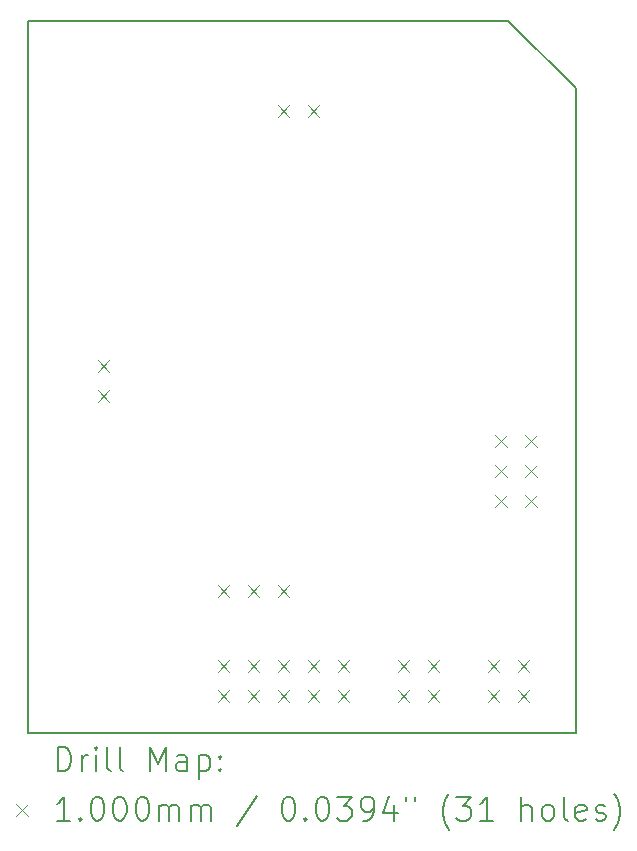
<source format=gbr>
%FSLAX45Y45*%
G04 Gerber Fmt 4.5, Leading zero omitted, Abs format (unit mm)*
G04 Created by KiCad (PCBNEW 6.0.4+dfsg-1+b1) date 2022-04-24 00:26:16*
%MOMM*%
%LPD*%
G01*
G04 APERTURE LIST*
%TA.AperFunction,Profile*%
%ADD10C,0.150000*%
%TD*%
%ADD11C,0.200000*%
%ADD12C,0.100000*%
G04 APERTURE END LIST*
D10*
X6096000Y-7239000D02*
X1460500Y-7239000D01*
X6096000Y-1778000D02*
X6096000Y-7239000D01*
X1460500Y-1206500D02*
X5524500Y-1206500D01*
X1460500Y-7239000D02*
X1460500Y-1206500D01*
X5524500Y-1206500D02*
X6096000Y-1778000D01*
D11*
D12*
X2045500Y-4077500D02*
X2145500Y-4177500D01*
X2145500Y-4077500D02*
X2045500Y-4177500D01*
X2045500Y-4331500D02*
X2145500Y-4431500D01*
X2145500Y-4331500D02*
X2045500Y-4431500D01*
X3061500Y-5982500D02*
X3161500Y-6082500D01*
X3161500Y-5982500D02*
X3061500Y-6082500D01*
X3061500Y-6617500D02*
X3161500Y-6717500D01*
X3161500Y-6617500D02*
X3061500Y-6717500D01*
X3061500Y-6871500D02*
X3161500Y-6971500D01*
X3161500Y-6871500D02*
X3061500Y-6971500D01*
X3315500Y-5982500D02*
X3415500Y-6082500D01*
X3415500Y-5982500D02*
X3315500Y-6082500D01*
X3315500Y-6617500D02*
X3415500Y-6717500D01*
X3415500Y-6617500D02*
X3315500Y-6717500D01*
X3315500Y-6871500D02*
X3415500Y-6971500D01*
X3415500Y-6871500D02*
X3315500Y-6971500D01*
X3569500Y-1918500D02*
X3669500Y-2018500D01*
X3669500Y-1918500D02*
X3569500Y-2018500D01*
X3569500Y-5982500D02*
X3669500Y-6082500D01*
X3669500Y-5982500D02*
X3569500Y-6082500D01*
X3569500Y-6617500D02*
X3669500Y-6717500D01*
X3669500Y-6617500D02*
X3569500Y-6717500D01*
X3569500Y-6871500D02*
X3669500Y-6971500D01*
X3669500Y-6871500D02*
X3569500Y-6971500D01*
X3823500Y-1918500D02*
X3923500Y-2018500D01*
X3923500Y-1918500D02*
X3823500Y-2018500D01*
X3823500Y-6617500D02*
X3923500Y-6717500D01*
X3923500Y-6617500D02*
X3823500Y-6717500D01*
X3823500Y-6871500D02*
X3923500Y-6971500D01*
X3923500Y-6871500D02*
X3823500Y-6971500D01*
X4077500Y-6617500D02*
X4177500Y-6717500D01*
X4177500Y-6617500D02*
X4077500Y-6717500D01*
X4077500Y-6871500D02*
X4177500Y-6971500D01*
X4177500Y-6871500D02*
X4077500Y-6971500D01*
X4585500Y-6617500D02*
X4685500Y-6717500D01*
X4685500Y-6617500D02*
X4585500Y-6717500D01*
X4585500Y-6871500D02*
X4685500Y-6971500D01*
X4685500Y-6871500D02*
X4585500Y-6971500D01*
X4839500Y-6617500D02*
X4939500Y-6717500D01*
X4939500Y-6617500D02*
X4839500Y-6717500D01*
X4839500Y-6871500D02*
X4939500Y-6971500D01*
X4939500Y-6871500D02*
X4839500Y-6971500D01*
X5347500Y-6617500D02*
X5447500Y-6717500D01*
X5447500Y-6617500D02*
X5347500Y-6717500D01*
X5347500Y-6871500D02*
X5447500Y-6971500D01*
X5447500Y-6871500D02*
X5347500Y-6971500D01*
X5411000Y-4712500D02*
X5511000Y-4812500D01*
X5511000Y-4712500D02*
X5411000Y-4812500D01*
X5411000Y-4966500D02*
X5511000Y-5066500D01*
X5511000Y-4966500D02*
X5411000Y-5066500D01*
X5411000Y-5220500D02*
X5511000Y-5320500D01*
X5511000Y-5220500D02*
X5411000Y-5320500D01*
X5601500Y-6617500D02*
X5701500Y-6717500D01*
X5701500Y-6617500D02*
X5601500Y-6717500D01*
X5601500Y-6871500D02*
X5701500Y-6971500D01*
X5701500Y-6871500D02*
X5601500Y-6971500D01*
X5665000Y-4712500D02*
X5765000Y-4812500D01*
X5765000Y-4712500D02*
X5665000Y-4812500D01*
X5665000Y-4966500D02*
X5765000Y-5066500D01*
X5765000Y-4966500D02*
X5665000Y-5066500D01*
X5665000Y-5220500D02*
X5765000Y-5320500D01*
X5765000Y-5220500D02*
X5665000Y-5320500D01*
D11*
X1710619Y-7556976D02*
X1710619Y-7356976D01*
X1758238Y-7356976D01*
X1786809Y-7366500D01*
X1805857Y-7385548D01*
X1815381Y-7404595D01*
X1824905Y-7442690D01*
X1824905Y-7471262D01*
X1815381Y-7509357D01*
X1805857Y-7528405D01*
X1786809Y-7547452D01*
X1758238Y-7556976D01*
X1710619Y-7556976D01*
X1910619Y-7556976D02*
X1910619Y-7423643D01*
X1910619Y-7461738D02*
X1920143Y-7442690D01*
X1929667Y-7433167D01*
X1948714Y-7423643D01*
X1967762Y-7423643D01*
X2034428Y-7556976D02*
X2034428Y-7423643D01*
X2034428Y-7356976D02*
X2024905Y-7366500D01*
X2034428Y-7376024D01*
X2043952Y-7366500D01*
X2034428Y-7356976D01*
X2034428Y-7376024D01*
X2158238Y-7556976D02*
X2139190Y-7547452D01*
X2129667Y-7528405D01*
X2129667Y-7356976D01*
X2263000Y-7556976D02*
X2243952Y-7547452D01*
X2234429Y-7528405D01*
X2234429Y-7356976D01*
X2491571Y-7556976D02*
X2491571Y-7356976D01*
X2558238Y-7499833D01*
X2624905Y-7356976D01*
X2624905Y-7556976D01*
X2805857Y-7556976D02*
X2805857Y-7452214D01*
X2796333Y-7433167D01*
X2777286Y-7423643D01*
X2739190Y-7423643D01*
X2720143Y-7433167D01*
X2805857Y-7547452D02*
X2786810Y-7556976D01*
X2739190Y-7556976D01*
X2720143Y-7547452D01*
X2710619Y-7528405D01*
X2710619Y-7509357D01*
X2720143Y-7490309D01*
X2739190Y-7480786D01*
X2786810Y-7480786D01*
X2805857Y-7471262D01*
X2901095Y-7423643D02*
X2901095Y-7623643D01*
X2901095Y-7433167D02*
X2920143Y-7423643D01*
X2958238Y-7423643D01*
X2977286Y-7433167D01*
X2986809Y-7442690D01*
X2996333Y-7461738D01*
X2996333Y-7518881D01*
X2986809Y-7537928D01*
X2977286Y-7547452D01*
X2958238Y-7556976D01*
X2920143Y-7556976D01*
X2901095Y-7547452D01*
X3082048Y-7537928D02*
X3091571Y-7547452D01*
X3082048Y-7556976D01*
X3072524Y-7547452D01*
X3082048Y-7537928D01*
X3082048Y-7556976D01*
X3082048Y-7433167D02*
X3091571Y-7442690D01*
X3082048Y-7452214D01*
X3072524Y-7442690D01*
X3082048Y-7433167D01*
X3082048Y-7452214D01*
D12*
X1353000Y-7836500D02*
X1453000Y-7936500D01*
X1453000Y-7836500D02*
X1353000Y-7936500D01*
D11*
X1815381Y-7976976D02*
X1701095Y-7976976D01*
X1758238Y-7976976D02*
X1758238Y-7776976D01*
X1739190Y-7805548D01*
X1720143Y-7824595D01*
X1701095Y-7834119D01*
X1901095Y-7957928D02*
X1910619Y-7967452D01*
X1901095Y-7976976D01*
X1891571Y-7967452D01*
X1901095Y-7957928D01*
X1901095Y-7976976D01*
X2034428Y-7776976D02*
X2053476Y-7776976D01*
X2072524Y-7786500D01*
X2082048Y-7796024D01*
X2091571Y-7815071D01*
X2101095Y-7853167D01*
X2101095Y-7900786D01*
X2091571Y-7938881D01*
X2082048Y-7957928D01*
X2072524Y-7967452D01*
X2053476Y-7976976D01*
X2034428Y-7976976D01*
X2015381Y-7967452D01*
X2005857Y-7957928D01*
X1996333Y-7938881D01*
X1986809Y-7900786D01*
X1986809Y-7853167D01*
X1996333Y-7815071D01*
X2005857Y-7796024D01*
X2015381Y-7786500D01*
X2034428Y-7776976D01*
X2224905Y-7776976D02*
X2243952Y-7776976D01*
X2263000Y-7786500D01*
X2272524Y-7796024D01*
X2282048Y-7815071D01*
X2291571Y-7853167D01*
X2291571Y-7900786D01*
X2282048Y-7938881D01*
X2272524Y-7957928D01*
X2263000Y-7967452D01*
X2243952Y-7976976D01*
X2224905Y-7976976D01*
X2205857Y-7967452D01*
X2196333Y-7957928D01*
X2186810Y-7938881D01*
X2177286Y-7900786D01*
X2177286Y-7853167D01*
X2186810Y-7815071D01*
X2196333Y-7796024D01*
X2205857Y-7786500D01*
X2224905Y-7776976D01*
X2415381Y-7776976D02*
X2434429Y-7776976D01*
X2453476Y-7786500D01*
X2463000Y-7796024D01*
X2472524Y-7815071D01*
X2482048Y-7853167D01*
X2482048Y-7900786D01*
X2472524Y-7938881D01*
X2463000Y-7957928D01*
X2453476Y-7967452D01*
X2434429Y-7976976D01*
X2415381Y-7976976D01*
X2396333Y-7967452D01*
X2386810Y-7957928D01*
X2377286Y-7938881D01*
X2367762Y-7900786D01*
X2367762Y-7853167D01*
X2377286Y-7815071D01*
X2386810Y-7796024D01*
X2396333Y-7786500D01*
X2415381Y-7776976D01*
X2567762Y-7976976D02*
X2567762Y-7843643D01*
X2567762Y-7862690D02*
X2577286Y-7853167D01*
X2596333Y-7843643D01*
X2624905Y-7843643D01*
X2643952Y-7853167D01*
X2653476Y-7872214D01*
X2653476Y-7976976D01*
X2653476Y-7872214D02*
X2663000Y-7853167D01*
X2682048Y-7843643D01*
X2710619Y-7843643D01*
X2729667Y-7853167D01*
X2739190Y-7872214D01*
X2739190Y-7976976D01*
X2834428Y-7976976D02*
X2834428Y-7843643D01*
X2834428Y-7862690D02*
X2843952Y-7853167D01*
X2863000Y-7843643D01*
X2891571Y-7843643D01*
X2910619Y-7853167D01*
X2920143Y-7872214D01*
X2920143Y-7976976D01*
X2920143Y-7872214D02*
X2929667Y-7853167D01*
X2948714Y-7843643D01*
X2977286Y-7843643D01*
X2996333Y-7853167D01*
X3005857Y-7872214D01*
X3005857Y-7976976D01*
X3396333Y-7767452D02*
X3224905Y-8024595D01*
X3653476Y-7776976D02*
X3672524Y-7776976D01*
X3691571Y-7786500D01*
X3701095Y-7796024D01*
X3710619Y-7815071D01*
X3720143Y-7853167D01*
X3720143Y-7900786D01*
X3710619Y-7938881D01*
X3701095Y-7957928D01*
X3691571Y-7967452D01*
X3672524Y-7976976D01*
X3653476Y-7976976D01*
X3634428Y-7967452D01*
X3624905Y-7957928D01*
X3615381Y-7938881D01*
X3605857Y-7900786D01*
X3605857Y-7853167D01*
X3615381Y-7815071D01*
X3624905Y-7796024D01*
X3634428Y-7786500D01*
X3653476Y-7776976D01*
X3805857Y-7957928D02*
X3815381Y-7967452D01*
X3805857Y-7976976D01*
X3796333Y-7967452D01*
X3805857Y-7957928D01*
X3805857Y-7976976D01*
X3939190Y-7776976D02*
X3958238Y-7776976D01*
X3977286Y-7786500D01*
X3986809Y-7796024D01*
X3996333Y-7815071D01*
X4005857Y-7853167D01*
X4005857Y-7900786D01*
X3996333Y-7938881D01*
X3986809Y-7957928D01*
X3977286Y-7967452D01*
X3958238Y-7976976D01*
X3939190Y-7976976D01*
X3920143Y-7967452D01*
X3910619Y-7957928D01*
X3901095Y-7938881D01*
X3891571Y-7900786D01*
X3891571Y-7853167D01*
X3901095Y-7815071D01*
X3910619Y-7796024D01*
X3920143Y-7786500D01*
X3939190Y-7776976D01*
X4072524Y-7776976D02*
X4196333Y-7776976D01*
X4129667Y-7853167D01*
X4158238Y-7853167D01*
X4177286Y-7862690D01*
X4186809Y-7872214D01*
X4196333Y-7891262D01*
X4196333Y-7938881D01*
X4186809Y-7957928D01*
X4177286Y-7967452D01*
X4158238Y-7976976D01*
X4101095Y-7976976D01*
X4082048Y-7967452D01*
X4072524Y-7957928D01*
X4291571Y-7976976D02*
X4329667Y-7976976D01*
X4348714Y-7967452D01*
X4358238Y-7957928D01*
X4377286Y-7929357D01*
X4386810Y-7891262D01*
X4386810Y-7815071D01*
X4377286Y-7796024D01*
X4367762Y-7786500D01*
X4348714Y-7776976D01*
X4310619Y-7776976D01*
X4291571Y-7786500D01*
X4282048Y-7796024D01*
X4272524Y-7815071D01*
X4272524Y-7862690D01*
X4282048Y-7881738D01*
X4291571Y-7891262D01*
X4310619Y-7900786D01*
X4348714Y-7900786D01*
X4367762Y-7891262D01*
X4377286Y-7881738D01*
X4386810Y-7862690D01*
X4558238Y-7843643D02*
X4558238Y-7976976D01*
X4510619Y-7767452D02*
X4463000Y-7910309D01*
X4586810Y-7910309D01*
X4653476Y-7776976D02*
X4653476Y-7815071D01*
X4729667Y-7776976D02*
X4729667Y-7815071D01*
X5024905Y-8053167D02*
X5015381Y-8043643D01*
X4996333Y-8015071D01*
X4986810Y-7996024D01*
X4977286Y-7967452D01*
X4967762Y-7919833D01*
X4967762Y-7881738D01*
X4977286Y-7834119D01*
X4986810Y-7805548D01*
X4996333Y-7786500D01*
X5015381Y-7757928D01*
X5024905Y-7748405D01*
X5082048Y-7776976D02*
X5205857Y-7776976D01*
X5139190Y-7853167D01*
X5167762Y-7853167D01*
X5186810Y-7862690D01*
X5196333Y-7872214D01*
X5205857Y-7891262D01*
X5205857Y-7938881D01*
X5196333Y-7957928D01*
X5186810Y-7967452D01*
X5167762Y-7976976D01*
X5110619Y-7976976D01*
X5091571Y-7967452D01*
X5082048Y-7957928D01*
X5396333Y-7976976D02*
X5282048Y-7976976D01*
X5339190Y-7976976D02*
X5339190Y-7776976D01*
X5320143Y-7805548D01*
X5301095Y-7824595D01*
X5282048Y-7834119D01*
X5634428Y-7976976D02*
X5634428Y-7776976D01*
X5720143Y-7976976D02*
X5720143Y-7872214D01*
X5710619Y-7853167D01*
X5691571Y-7843643D01*
X5663000Y-7843643D01*
X5643952Y-7853167D01*
X5634428Y-7862690D01*
X5843952Y-7976976D02*
X5824905Y-7967452D01*
X5815381Y-7957928D01*
X5805857Y-7938881D01*
X5805857Y-7881738D01*
X5815381Y-7862690D01*
X5824905Y-7853167D01*
X5843952Y-7843643D01*
X5872524Y-7843643D01*
X5891571Y-7853167D01*
X5901095Y-7862690D01*
X5910619Y-7881738D01*
X5910619Y-7938881D01*
X5901095Y-7957928D01*
X5891571Y-7967452D01*
X5872524Y-7976976D01*
X5843952Y-7976976D01*
X6024905Y-7976976D02*
X6005857Y-7967452D01*
X5996333Y-7948405D01*
X5996333Y-7776976D01*
X6177286Y-7967452D02*
X6158238Y-7976976D01*
X6120143Y-7976976D01*
X6101095Y-7967452D01*
X6091571Y-7948405D01*
X6091571Y-7872214D01*
X6101095Y-7853167D01*
X6120143Y-7843643D01*
X6158238Y-7843643D01*
X6177286Y-7853167D01*
X6186809Y-7872214D01*
X6186809Y-7891262D01*
X6091571Y-7910309D01*
X6263000Y-7967452D02*
X6282048Y-7976976D01*
X6320143Y-7976976D01*
X6339190Y-7967452D01*
X6348714Y-7948405D01*
X6348714Y-7938881D01*
X6339190Y-7919833D01*
X6320143Y-7910309D01*
X6291571Y-7910309D01*
X6272524Y-7900786D01*
X6263000Y-7881738D01*
X6263000Y-7872214D01*
X6272524Y-7853167D01*
X6291571Y-7843643D01*
X6320143Y-7843643D01*
X6339190Y-7853167D01*
X6415381Y-8053167D02*
X6424905Y-8043643D01*
X6443952Y-8015071D01*
X6453476Y-7996024D01*
X6463000Y-7967452D01*
X6472524Y-7919833D01*
X6472524Y-7881738D01*
X6463000Y-7834119D01*
X6453476Y-7805548D01*
X6443952Y-7786500D01*
X6424905Y-7757928D01*
X6415381Y-7748405D01*
M02*

</source>
